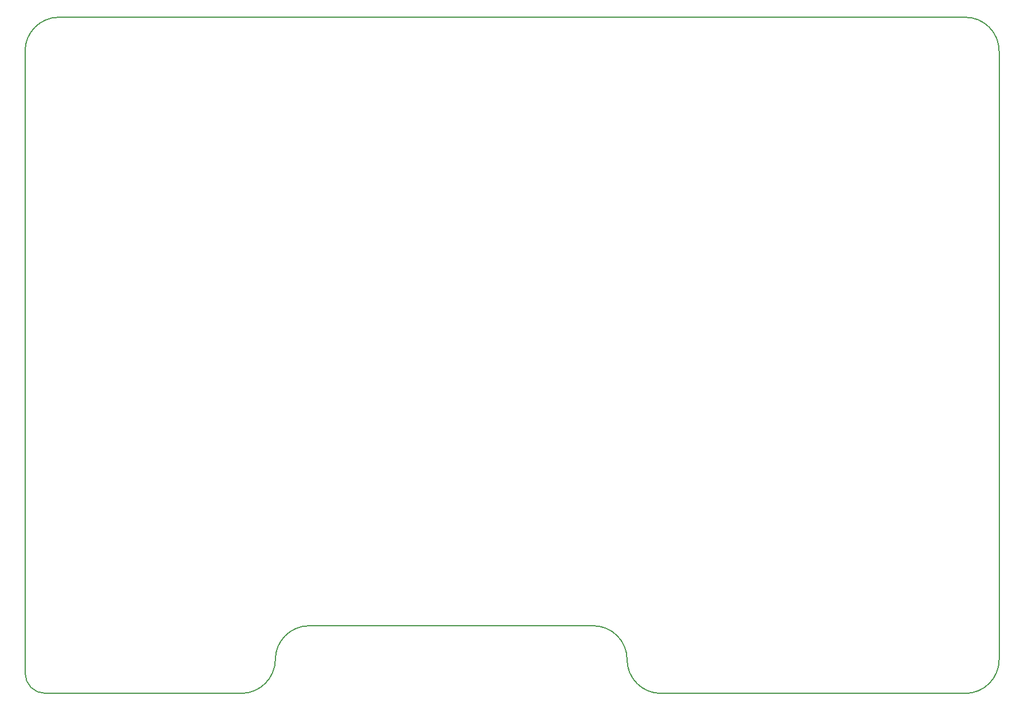
<source format=gm1>
G04 #@! TF.GenerationSoftware,KiCad,Pcbnew,(6.0.7-1)-1*
G04 #@! TF.CreationDate,2022-12-01T13:22:30-08:00*
G04 #@! TF.ProjectId,UrbanSteering,55726261-6e53-4746-9565-72696e672e6b,rev?*
G04 #@! TF.SameCoordinates,Original*
G04 #@! TF.FileFunction,Profile,NP*
%FSLAX46Y46*%
G04 Gerber Fmt 4.6, Leading zero omitted, Abs format (unit mm)*
G04 Created by KiCad (PCBNEW (6.0.7-1)-1) date 2022-12-01 13:22:30*
%MOMM*%
%LPD*%
G01*
G04 APERTURE LIST*
G04 #@! TA.AperFunction,Profile*
%ADD10C,0.200000*%
G04 #@! TD*
G04 #@! TA.AperFunction,Profile*
%ADD11C,0.050000*%
G04 #@! TD*
G04 APERTURE END LIST*
D10*
X132000000Y-150000000D02*
X103000000Y-150000000D01*
X132000000Y-150000000D02*
G75*
G03*
X137000000Y-145000000I-57377J5057377D01*
G01*
X105000000Y-50000000D02*
G75*
G03*
X100000000Y-55000000I0J-5000000D01*
G01*
X100000000Y-147000000D02*
G75*
G03*
X103000000Y-150000000I3000000J0D01*
G01*
X239000000Y-150000000D02*
X194000000Y-150000000D01*
X142000000Y-140000000D02*
X184000000Y-140000000D01*
X142000000Y-140000000D02*
G75*
G03*
X137000000Y-145000000I0J-5000000D01*
G01*
X100000000Y-147000000D02*
X100000000Y-55000000D01*
X244000000Y-145000000D02*
X244000000Y-55000000D01*
X244000000Y-55000000D02*
G75*
G03*
X239000000Y-50000000I-5000000J0D01*
G01*
D11*
X137000000Y-145000000D02*
X137000000Y-145000000D01*
D10*
X189000000Y-145000000D02*
G75*
G03*
X184000000Y-140000000I-5000000J0D01*
G01*
X239000000Y-150000000D02*
G75*
G03*
X244000000Y-145000000I0J5000000D01*
G01*
X189000000Y-145000000D02*
G75*
G03*
X194000000Y-150000000I5000000J0D01*
G01*
X105000000Y-50000000D02*
X239000000Y-50000000D01*
M02*

</source>
